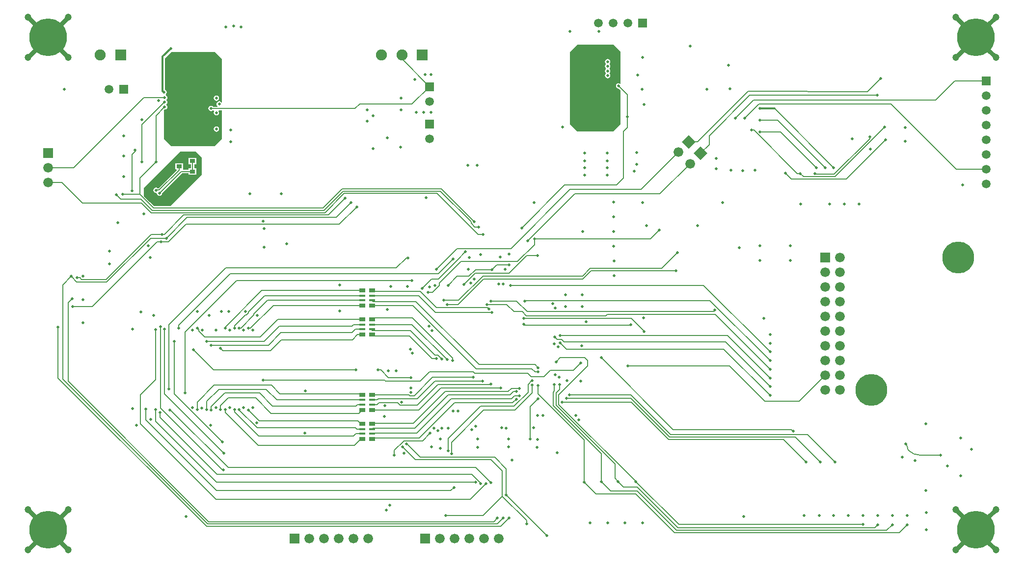
<source format=gbl>
G04 Layer_Physical_Order=4*
G04 Layer_Color=16711680*
%FSLAX25Y25*%
%MOIN*%
G70*
G01*
G75*
%ADD10C,0.00800*%
%ADD31R,0.04331X0.01772*%
%ADD32R,0.04331X0.02756*%
%ADD60C,0.01200*%
%ADD61C,0.02953*%
%ADD64C,0.00787*%
%ADD66C,0.02000*%
%ADD71C,0.05906*%
%ADD72R,0.05906X0.05906*%
%ADD73R,0.06600X0.06600*%
%ADD74C,0.06600*%
%ADD75P,0.09334X4X360.0*%
%ADD76R,0.05906X0.05906*%
%ADD77C,0.25590*%
%ADD78R,0.07480X0.07480*%
%ADD79C,0.07480*%
%ADD80R,0.06600X0.06600*%
%ADD81C,0.21654*%
%ADD82C,0.02000*%
%ADD83C,0.02400*%
%ADD84C,0.04724*%
%ADD86R,0.03740X0.02559*%
G36*
X403543Y349409D02*
X408465Y344488D01*
X408465Y323105D01*
X407965Y322838D01*
X407789Y322955D01*
X407087Y323095D01*
X406384Y322955D01*
X405789Y322558D01*
X405391Y321962D01*
X405251Y321260D01*
X405391Y320557D01*
X405789Y319962D01*
X406384Y319564D01*
X407087Y319425D01*
X407174Y319442D01*
X408465Y318152D01*
X408465Y295472D01*
X403346Y290354D01*
X378935D01*
X374016Y295273D01*
X374016Y344488D01*
X378937Y349409D01*
X403543Y349409D01*
D02*
G37*
G36*
X137795Y339567D02*
X137795Y310249D01*
X137295Y310097D01*
X137125Y310353D01*
X136529Y310751D01*
X135827Y310890D01*
X135125Y310751D01*
X134529Y310353D01*
X134131Y309757D01*
X133992Y309055D01*
X134131Y308353D01*
X134529Y307757D01*
X134722Y307628D01*
X134570Y307128D01*
X131662D01*
X131612Y307203D01*
X131017Y307600D01*
X130315Y307740D01*
X129612Y307600D01*
X129017Y307203D01*
X128619Y306607D01*
X128479Y305905D01*
X128619Y305203D01*
X129017Y304607D01*
X129612Y304209D01*
X130315Y304070D01*
X131017Y304209D01*
X131612Y304607D01*
X131653Y304668D01*
X132128Y304658D01*
X132383Y304181D01*
X132163Y303852D01*
X132023Y303150D01*
X132163Y302447D01*
X132561Y301852D01*
X133156Y301454D01*
X133858Y301314D01*
X134561Y301454D01*
X135156Y301852D01*
X135554Y302447D01*
X135694Y303150D01*
X135554Y303852D01*
X135334Y304181D01*
X135601Y304681D01*
X137795D01*
X137795Y285433D01*
X132874Y280512D01*
X103346Y280512D01*
X98327Y285531D01*
X98327Y304864D01*
X98731Y305268D01*
X98819Y305251D01*
X99521Y305390D01*
X100116Y305788D01*
X100514Y306384D01*
X100654Y307086D01*
X100514Y307788D01*
X100116Y308384D01*
X100076Y308411D01*
Y308911D01*
X100116Y308938D01*
X100514Y309533D01*
X100654Y310236D01*
X100514Y310938D01*
X100116Y311533D01*
X100076Y311560D01*
Y312060D01*
X100116Y312087D01*
X100514Y312683D01*
X100654Y313385D01*
X100514Y314088D01*
X100116Y314683D01*
X99611Y315021D01*
X99541Y315387D01*
X99554Y315584D01*
X99625Y315631D01*
X100022Y316227D01*
X100162Y316929D01*
X100022Y317632D01*
X99625Y318227D01*
X99029Y318625D01*
X98868Y318657D01*
Y340010D01*
X103346Y344488D01*
X132874Y344488D01*
X137795Y339567D01*
D02*
G37*
G36*
X124114Y272539D02*
X124114Y260925D01*
X102764Y239575D01*
X91683D01*
X88807Y242451D01*
X84744Y246514D01*
Y252067D01*
X109252Y276575D01*
X120079Y276575D01*
X124114Y272539D01*
D02*
G37*
%LPC*%
G36*
X399606Y339631D02*
X398904Y339491D01*
X398309Y339093D01*
X397911Y338498D01*
X397771Y337795D01*
X397911Y337093D01*
X398309Y336498D01*
X398349Y336471D01*
Y335970D01*
X398309Y335943D01*
X397911Y335348D01*
X397771Y334646D01*
X397911Y333943D01*
X398287Y333381D01*
X398349Y333234D01*
Y332908D01*
X398287Y332761D01*
X397911Y332198D01*
X397771Y331496D01*
X397911Y330794D01*
X398309Y330198D01*
X398349Y330171D01*
Y329671D01*
X398309Y329644D01*
X397911Y329049D01*
X397771Y328346D01*
X397911Y327644D01*
X398309Y327049D01*
X398904Y326651D01*
X399606Y326511D01*
X400309Y326651D01*
X400904Y327049D01*
X401302Y327644D01*
X401442Y328346D01*
X401302Y329049D01*
X400904Y329644D01*
X400864Y329671D01*
Y330171D01*
X400904Y330198D01*
X401302Y330794D01*
X401442Y331496D01*
X401302Y332198D01*
X400926Y332761D01*
X400864Y332908D01*
Y333234D01*
X400926Y333381D01*
X401302Y333943D01*
X401442Y334646D01*
X401302Y335348D01*
X400904Y335943D01*
X400864Y335970D01*
Y336471D01*
X400904Y336498D01*
X401302Y337093D01*
X401442Y337795D01*
X401302Y338498D01*
X400904Y339093D01*
X400309Y339491D01*
X399606Y339631D01*
D02*
G37*
G36*
X133858Y314827D02*
X133156Y314688D01*
X132561Y314290D01*
X132163Y313695D01*
X132023Y312992D01*
X132163Y312290D01*
X132561Y311694D01*
X133156Y311297D01*
X133858Y311157D01*
X134561Y311297D01*
X135156Y311694D01*
X135554Y312290D01*
X135694Y312992D01*
X135554Y313695D01*
X135156Y314290D01*
X134561Y314688D01*
X133858Y314827D01*
D02*
G37*
G36*
Y293764D02*
X133156Y293625D01*
X132561Y293227D01*
X132163Y292631D01*
X132023Y291929D01*
X132163Y291227D01*
X132561Y290631D01*
X133156Y290234D01*
X133858Y290094D01*
X134561Y290234D01*
X135156Y290631D01*
X135554Y291227D01*
X135694Y291929D01*
X135554Y292631D01*
X135156Y293227D01*
X134561Y293625D01*
X133858Y293764D01*
D02*
G37*
G36*
X120485Y272355D02*
X115145D01*
Y268196D01*
X116592D01*
Y265268D01*
X115145D01*
Y264412D01*
X111634D01*
X111233Y264653D01*
Y268812D01*
X105893D01*
Y264653D01*
X106703D01*
X106911Y264153D01*
X94606Y251848D01*
X93976D01*
X93616Y252089D01*
X92913Y252229D01*
X92211Y252089D01*
X91616Y251691D01*
X91218Y251096D01*
X91078Y250394D01*
X91218Y249691D01*
X91616Y249096D01*
X92211Y248698D01*
X92913Y248558D01*
X92999Y248575D01*
X93492Y248164D01*
X93580Y247722D01*
X93978Y247127D01*
X94573Y246729D01*
X95275Y246589D01*
X95978Y246729D01*
X96573Y247127D01*
X96971Y247722D01*
X97111Y248425D01*
X97093Y248512D01*
X110547Y261965D01*
X115145D01*
Y261109D01*
X120485D01*
Y265268D01*
X119038D01*
Y268196D01*
X120485D01*
Y272355D01*
D02*
G37*
%LPD*%
D10*
X603150Y75835D02*
G03*
X602487Y77434I-2261J0D01*
G01*
X604158Y73401D02*
G03*
X611229Y70472I7071J7071D01*
G01*
X603150Y75835D02*
G03*
X604158Y73401I3442J0D01*
G01*
X82677Y244488D02*
X90414Y236751D01*
X68898Y244488D02*
X82677D01*
X66142Y247244D02*
X68898Y244488D01*
X388390Y195644D02*
X446038D01*
X446063Y195669D01*
X382790Y190044D02*
X388390Y195644D01*
X436221Y197244D02*
X446850Y207874D01*
X387728Y197244D02*
X436221D01*
X382610Y192126D02*
X387728Y197244D01*
X314961Y192126D02*
X382610D01*
X228740Y85039D02*
X232874D01*
X226934Y83233D02*
X228740Y85039D01*
X162633Y83233D02*
X226934D01*
X231909Y81516D02*
X232874D01*
X227559Y77165D02*
X231909Y81516D01*
X162205Y77165D02*
X227559D01*
X231909Y91713D02*
X232874D01*
X229921Y93701D02*
X231909Y91713D01*
X163091Y93701D02*
X229921D01*
X308268Y127165D02*
X309449Y125984D01*
X278740Y127165D02*
X308268D01*
X272406Y120832D02*
X278740Y127165D01*
X83071Y241732D02*
X89652Y235151D01*
X87942Y241586D02*
X91176Y238351D01*
X206363D01*
X472603Y165980D02*
X509842Y128740D01*
X146161Y99705D02*
X162633Y83233D01*
X81890Y258661D02*
X92913Y269685D01*
X81890Y247638D02*
Y258661D01*
X95275Y248425D02*
X110040Y263189D01*
X117815D01*
X93144Y250625D02*
X95113D01*
X108563Y264075D01*
Y266732D01*
X92913Y250394D02*
X93144Y250625D01*
X117815Y263189D02*
Y270276D01*
X42913Y241732D02*
X83071D01*
X70472Y247638D02*
X81890D01*
X28898Y255748D02*
X42913Y241732D01*
X81890Y247638D02*
X87942Y241586D01*
X81890Y247638D02*
X81890D01*
X89652Y235151D02*
X207688D01*
X90414Y236751D02*
X207026D01*
X76772Y274803D02*
X79134Y277165D01*
X76772Y250000D02*
Y274803D01*
X78740Y277559D02*
X79134Y277165D01*
X83464Y294881D02*
X98819Y310236D01*
X83464Y269685D02*
Y294881D01*
X92913Y269685D02*
Y301181D01*
X98819Y307086D01*
X95435Y313385D02*
X98819D01*
X95399Y313421D02*
X95435Y313385D01*
X93577Y313421D02*
X95399D01*
X93542Y313385D02*
X93577Y313421D01*
X84645Y313385D02*
X93542D01*
X37008Y265748D02*
X84645Y313385D01*
X19685Y265748D02*
X37008D01*
X524409Y87795D02*
X525591Y86614D01*
X444095Y87795D02*
X524409D01*
X395276Y136614D02*
X444095Y87795D01*
X342520Y159449D02*
X343145Y158824D01*
X344463Y164986D02*
X398400D01*
X575927Y317354D02*
X585039Y326378D01*
X494912Y317747D02*
X575927Y317354D01*
X460630Y283465D02*
X494912Y317747D01*
X454724Y283465D02*
X460630D01*
X496063Y314961D02*
X582677D01*
X468504Y287402D02*
X496063Y314961D01*
X468504Y281496D02*
Y287402D01*
X462598Y275590D02*
X468504Y281496D01*
X231299Y309055D02*
X266732D01*
X228149Y305905D02*
X231299Y309055D01*
X130315Y305905D02*
X228149D01*
X209929Y233551D02*
X221457Y245079D01*
X111678Y233551D02*
X209929D01*
X215219Y231951D02*
X225394Y242126D01*
X114136Y231951D02*
X215219D01*
X217485Y227327D02*
X229331Y239173D01*
X164836Y227327D02*
X217485D01*
X482480Y130905D02*
X506299Y107087D01*
X413386Y130905D02*
X482480D01*
X309942Y196457D02*
X320866D01*
X305414Y191929D02*
X309942Y196457D01*
X297441Y191929D02*
X305414D01*
X291339Y185827D02*
X297441Y191929D01*
X315241Y190044D02*
X382790D01*
X333661Y185630D02*
X464764D01*
X471550Y168006D02*
X472441Y168898D01*
X344986Y168006D02*
X471550D01*
X108366Y158661D02*
X143405Y193701D01*
X108366Y156791D02*
Y158661D01*
X240236Y181595D02*
X272342D01*
X239567Y182264D02*
X240236Y181595D01*
X272342D02*
X283366Y170571D01*
X601968Y77953D02*
X602487Y77434D01*
X611229Y70472D02*
X625591D01*
X271575Y81910D02*
X295669Y106004D01*
X335138D01*
X347128Y103427D02*
X352362Y108661D01*
X347128Y81379D02*
Y103427D01*
X293700Y79133D02*
X315453Y100886D01*
X293700Y71259D02*
Y79133D01*
X291339Y73228D02*
Y81693D01*
X313189Y103543D02*
X336122D01*
X291339Y81693D02*
X313189Y103543D01*
X315453Y100886D02*
X336652D01*
X635433Y324803D02*
X656496D01*
X622441Y311811D02*
X635433Y324803D01*
X498819Y311811D02*
X622441D01*
X554099Y259611D02*
X587795Y293307D01*
X532515Y259611D02*
X554099D01*
X327115Y21997D02*
X332677Y27559D01*
X127216Y21997D02*
X327115D01*
X26378Y122835D02*
X127216Y21997D01*
X26378Y122835D02*
Y157480D01*
X128641Y25197D02*
X322441D01*
X33233Y120605D02*
X128641Y25197D01*
X33233Y120605D02*
Y174016D01*
X127978Y23597D02*
X324778D01*
X29528Y122047D02*
X127978Y23597D01*
X29528Y122047D02*
Y186024D01*
X283465Y196850D02*
X297476Y210861D01*
X297638Y203150D02*
X303150Y208661D01*
X297638Y203150D02*
X297638D01*
X337796Y175196D02*
X344986Y168006D01*
X320472Y175196D02*
X337796D01*
X336058Y167879D02*
X341570D01*
X331103Y172834D02*
X336058Y167879D01*
X317716Y172834D02*
X331103D01*
X343307Y175197D02*
X343539Y175428D01*
X341570Y167879D02*
X344463Y164986D01*
X335595Y113646D02*
X337697D01*
X336353Y110665D02*
X339502D01*
X334449Y108760D02*
X336353Y110665D01*
X335138Y106004D02*
X337598Y108465D01*
X336122Y103543D02*
X345571Y112992D01*
X339502Y110665D02*
X339583Y110746D01*
X345571Y112992D02*
Y118466D01*
X348327Y112560D02*
Y118012D01*
X336652Y100886D02*
X348327Y112560D01*
X287007Y88582D02*
X287007D01*
X318012Y170571D02*
X318898Y169685D01*
X282776Y167421D02*
X320866D01*
X259842Y339567D02*
X278543Y320866D01*
X259842Y339567D02*
Y342520D01*
X266732Y309055D02*
X278543Y320866D01*
X248803Y120832D02*
X272406D01*
X248276Y121358D02*
X248803Y120832D01*
X118307Y142126D02*
X132087Y128347D01*
X112795Y154134D02*
X118701Y160039D01*
X112795Y112598D02*
Y154134D01*
X232298Y111973D02*
X232874Y111398D01*
X264624D02*
X265230Y110791D01*
X239567Y111398D02*
X264624D01*
X120965Y101279D02*
Y106398D01*
X127264Y101279D02*
Y106890D01*
X130413Y103347D02*
X139665Y112598D01*
X130413Y101181D02*
Y103347D01*
X136713Y101279D02*
Y104134D01*
X229232Y88189D02*
X232874D01*
X146161Y99705D02*
Y101279D01*
X266929Y163583D02*
X294291Y136221D01*
X240571Y163583D02*
X266929D01*
X239567Y162579D02*
X240571Y163583D01*
X239567Y159055D02*
X266732D01*
X290551Y135236D01*
X265748Y155020D02*
X282446Y138322D01*
X239567Y155020D02*
X265748D01*
X239567D02*
Y155905D01*
X264961Y151378D02*
X280217Y136122D01*
X240571Y151378D02*
X264961D01*
X239567Y152382D02*
X240571Y151378D01*
X294291Y134646D02*
Y136221D01*
X280217Y136122D02*
X283268D01*
X284179Y138322D02*
X286871Y135630D01*
X287008D01*
X282446Y138322D02*
X284179D01*
X376305Y127880D02*
X381398Y132972D01*
X265230Y110791D02*
X268173D01*
X270443Y104301D02*
X284449Y118307D01*
X271476Y101201D02*
X286319Y116043D01*
X334154Y115847D02*
X339602D01*
X267598Y92106D02*
X289272Y113779D01*
X293307Y108760D02*
X334449D01*
X333465Y111516D02*
X335595Y113646D01*
X291437Y111516D02*
X333465D01*
X268504Y88583D02*
X291437Y111516D01*
X348070Y120965D02*
X348228D01*
X345571Y118466D02*
X348070Y120965D01*
X270374Y108760D02*
X282309Y120694D01*
X243898Y108760D02*
X270374D01*
X243012Y107874D02*
X243898Y108760D01*
X239567Y107874D02*
X243012D01*
X258739Y104301D02*
X270443D01*
X239567Y101201D02*
X271476D01*
X239961Y92106D02*
X267598D01*
X239961Y88583D02*
X268504D01*
X339602Y115843D02*
Y115847D01*
X339387Y115628D02*
X339602Y115843D01*
X339387Y115628D02*
X339445Y115569D01*
X339230Y115354D02*
X339445Y115569D01*
X120965Y156791D02*
X122013Y155743D01*
Y154601D02*
Y155743D01*
Y154601D02*
X125924Y150689D01*
X232874Y178740D02*
X232874Y178740D01*
X239567Y104724D02*
X242913D01*
X239567Y88189D02*
X239961Y88583D01*
X239567Y91713D02*
X239961Y92106D01*
X250835Y123031D02*
X266043D01*
X250669Y123197D02*
X250835Y123031D01*
X250669Y123197D02*
X250669D01*
X256904Y106137D02*
X258739Y104301D01*
X244326Y106137D02*
X256904D01*
X242913Y104724D02*
X244326Y106137D01*
X243799Y128347D02*
X245520D01*
X250669Y123197D01*
X137525Y145113D02*
X137560Y145079D01*
X130315D02*
X130350Y145113D01*
X137525D01*
X95768Y95965D02*
X134252Y57480D01*
X307442D02*
X313484Y51438D01*
X293012Y46260D02*
X295177Y48425D01*
X98819Y111909D02*
Y155905D01*
Y111909D02*
X138878Y71850D01*
X102362Y101083D02*
X102756D01*
X141929Y61910D01*
X95866Y157677D02*
Y157870D01*
X137894Y60236D02*
X138779D01*
X82382Y91634D02*
X133563Y40453D01*
X262894Y204528D02*
X263878D01*
X239567Y178740D02*
X271457D01*
X239567Y172067D02*
X267402D01*
X239567Y175591D02*
X240354Y174803D01*
X269291D01*
X256102Y197736D02*
X262894Y204528D01*
X118701Y160039D02*
X147638Y188976D01*
X155610Y156693D02*
X157125D01*
X172499Y172067D01*
X139862Y156791D02*
Y157442D01*
X164684Y182264D01*
X105217Y112008D02*
Y147736D01*
Y112008D02*
X137894Y79331D01*
X92618Y93209D02*
X133957Y51870D01*
X92618Y93209D02*
Y101378D01*
X95768Y95965D02*
Y99213D01*
X95866Y102264D02*
Y157677D01*
Y102264D02*
X137894Y60236D01*
X86024Y94390D02*
Y101575D01*
Y94390D02*
X134153Y46260D01*
X412992Y300394D02*
Y315354D01*
X407087Y321260D02*
X412992Y315354D01*
X228445Y88976D02*
X229232Y88189D01*
X82382Y91634D02*
Y111516D01*
X92618Y121752D01*
Y155807D01*
X530315Y261811D02*
X532515Y259611D01*
X520354Y261929D02*
X524272Y258011D01*
X561554D01*
X588189Y284646D01*
X497244Y291339D02*
X498857D01*
X528385Y261811D01*
X540158D02*
X540758Y261211D01*
X553437D01*
X577559Y285334D01*
Y286614D01*
X528385Y261811D02*
X530315D01*
X502362Y309055D02*
X591968D01*
X512992Y305906D02*
X553150Y265748D01*
X503150Y298031D02*
X514961D01*
X547244Y265748D01*
X503150Y290158D02*
X516929D01*
X541339Y265748D01*
X271457Y178740D02*
X282776Y167421D01*
X230492Y98819D02*
X232874Y101201D01*
X269980Y85433D02*
X293307Y108760D01*
X239567Y85039D02*
X239961Y85433D01*
X269980D01*
X309842Y61910D02*
X320177Y51575D01*
X313484Y51181D02*
Y51438D01*
X306201Y40453D02*
X316929Y51181D01*
X147638Y188976D02*
X266634D01*
X164684Y182264D02*
X232874D01*
X232874Y178740D02*
X232874Y178740D01*
X172499Y172067D02*
X232874D01*
X132087Y128347D02*
X228740D01*
X165748Y121358D02*
X248276D01*
X171063Y98819D02*
X230492D01*
X141929Y61910D02*
X309842D01*
X134252Y57480D02*
X307442D01*
X133957Y51870D02*
X309941D01*
X133563Y40453D02*
X306201D01*
X134153Y46260D02*
X293012D01*
X229744Y152382D02*
X232874D01*
X226083Y153543D02*
X228445Y155905D01*
X232874D01*
X225905Y157991D02*
X226969Y159055D01*
X232874D01*
X226181Y148819D02*
X229744Y152382D01*
X178150Y148819D02*
X226181D01*
X136614Y142913D02*
X138287Y141240D01*
X170571D01*
X178150Y148819D01*
X127264Y147638D02*
X166339D01*
X176692Y157991D01*
X225905D01*
X137560Y145079D02*
X169291D01*
X177756Y153543D01*
X226083D01*
X125924Y150689D02*
X163779D01*
X175669Y162579D01*
X232874D01*
X149311Y156693D02*
X150492D01*
X159414Y165615D01*
Y166266D01*
X168739Y175591D01*
X232874D01*
X146161Y156791D02*
Y158268D01*
X166634Y178740D02*
X232874D01*
X146161Y158268D02*
X153706Y165812D01*
X154455D01*
X155743Y167101D01*
Y167850D01*
X166634Y178740D01*
X101772Y115453D02*
Y159055D01*
X140453Y197736D01*
X256102D01*
X155610Y101181D02*
X163091Y93701D01*
X149409Y101121D02*
X161554Y88976D01*
X149409Y101121D02*
Y101279D01*
X161554Y88976D02*
X228445D01*
X139862Y99508D02*
Y101279D01*
Y99508D02*
X162205Y77165D01*
X172086Y103779D02*
X228779D01*
X229724Y104724D01*
X232874D01*
X120965Y106398D02*
X132480Y117913D01*
X127264Y106890D02*
X135531Y115157D01*
X136713Y104134D02*
X141929Y109350D01*
X160531D01*
X171063Y98819D01*
X132480Y117913D02*
X171161D01*
X177102Y111973D01*
X232298D01*
X135531Y115157D02*
X167618D01*
X174902Y107874D01*
X232874D01*
X139665Y112598D02*
X163266D01*
X172086Y103779D01*
X347539Y123721D02*
X356398D01*
X360557Y127880D01*
X376305D01*
X143405Y193701D02*
X284646D01*
X280768Y181102D02*
X285433Y185767D01*
X277558Y181102D02*
X280768D01*
X273622Y183858D02*
X279921Y190157D01*
X284646D01*
X343539Y175428D02*
X469060D01*
X96457Y215354D02*
X101181D01*
X428740Y217323D02*
X434646Y223228D01*
X350000Y217323D02*
X428740D01*
X345274Y216142D02*
X345275Y216141D01*
X284646Y193701D02*
X294685Y203740D01*
X285433Y185767D02*
Y187402D01*
X284646Y190157D02*
X297638Y203150D01*
X89567Y220472D02*
X96850D01*
X41180Y190945D02*
X42396Y189729D01*
X58824D02*
X89567Y220472D01*
X42396Y189729D02*
X58824D01*
X89172Y217815D02*
X100000D01*
X59486Y188129D02*
X89172Y217815D01*
X35570Y191634D02*
Y191792D01*
Y191634D02*
X39075Y188129D01*
X59486D01*
X35433Y191929D02*
X35570Y191792D01*
X93662Y215354D02*
X96457D01*
X49568Y171260D02*
X93662Y215354D01*
X101181D02*
X113189Y227362D01*
X311555Y220472D02*
X314961D01*
X309485Y225394D02*
X312008D01*
X100000Y217815D02*
X114136Y231951D01*
X96850Y220472D02*
X98599D01*
X111678Y233551D01*
X19685Y255748D02*
X28898D01*
X36417Y171260D02*
X49568D01*
X289763Y29528D02*
X314961D01*
X327953Y42520D01*
X344488Y25984D01*
Y23622D02*
Y25984D01*
X320473Y67322D02*
X327953Y59842D01*
Y42520D02*
Y59842D01*
X322835Y69059D02*
X330709Y61185D01*
Y43307D02*
Y61185D01*
Y43307D02*
X358268Y15748D01*
X363600Y150598D02*
X365154Y149044D01*
X367421D01*
X284449Y118307D02*
X314704D01*
X314738Y118272D01*
X319847D01*
X320374Y118799D01*
X332087Y113779D02*
X334154Y115847D01*
X289272Y113779D02*
X332087D01*
X286319Y116043D02*
X327067D01*
X280807Y123425D02*
X308366D01*
X268173Y110791D02*
X280807Y123425D01*
X282309Y120694D02*
X314592D01*
X314665Y120768D01*
X364665Y133858D02*
X367421Y136614D01*
X384055D01*
X385925Y134744D01*
X368602Y106496D02*
X415751D01*
X371555Y109055D02*
X415455D01*
X373721Y111516D02*
X415257D01*
X385925Y131004D02*
Y134744D01*
X367126Y115157D02*
Y118209D01*
X363484Y113878D02*
Y118209D01*
X366402Y111481D02*
X385925Y131004D01*
X364567Y112598D02*
X367126Y115157D01*
X362598Y112992D02*
X363484Y113878D01*
X333588Y202003D02*
X333623Y201969D01*
X300035Y202003D02*
X333588D01*
X285433Y187402D02*
X300035Y202003D01*
X320866Y196457D02*
X324213Y199803D01*
X332677D01*
X344685Y205906D02*
X351969D01*
X333623Y201969D02*
X338485D01*
X350000Y213483D01*
Y217323D01*
X301969Y186221D02*
X309646Y193898D01*
X332677D02*
X344685Y205906D01*
X309646Y193898D02*
X332677D01*
X283366Y170571D02*
X318012D01*
X290551Y172835D02*
X298031D01*
X315241Y190044D01*
X288189Y175591D02*
X298425D01*
X314961Y192126D01*
X412992Y292913D02*
Y300394D01*
X239567Y81516D02*
X239961Y81910D01*
X271575D01*
X272279Y69059D02*
X322835D01*
X268898Y67322D02*
X320473D01*
X263386Y77953D02*
X272279Y69059D01*
X262992Y77953D02*
X263386D01*
X260236Y75984D02*
X268898Y67322D01*
X273853Y80153D02*
X279134Y85433D01*
X254724Y73584D02*
X261294Y80153D01*
X254724Y70472D02*
Y73584D01*
X261294Y80153D02*
X273853D01*
X419685Y48819D02*
X447476Y21028D01*
X406791Y52362D02*
X410335Y48819D01*
X419685D01*
X395177Y52461D02*
X401575Y46063D01*
X419685D01*
X446457Y19291D01*
X383563Y52165D02*
X391634Y44094D01*
X418504D01*
X444907Y17691D01*
X404493Y54661D02*
X406791Y52362D01*
X418602Y52461D02*
Y52558D01*
X404493Y54661D02*
Y64405D01*
X395177Y52461D02*
Y71358D01*
X366402Y104758D02*
Y111481D01*
Y104758D02*
X418602Y52558D01*
X364567Y104331D02*
Y112598D01*
Y104331D02*
X404493Y64405D01*
X362598Y103937D02*
Y112992D01*
Y103937D02*
X395177Y71358D01*
X383563Y52165D02*
Y80610D01*
X352165Y112008D02*
Y117717D01*
Y112008D02*
X383563Y80610D01*
X418602Y52461D02*
X447835Y23228D01*
X572835D01*
X446457Y19291D02*
X589134D01*
X592992Y23150D01*
X597691Y17691D02*
X602992Y22992D01*
X444907Y17691D02*
X597691D01*
X447476Y21028D02*
X580871D01*
X582992Y23150D01*
X492618Y299311D02*
Y299508D01*
Y299311D02*
X502362Y309055D01*
X486221Y299213D02*
X498819Y311811D01*
X350197Y126969D02*
X352461D01*
X306855Y228024D02*
Y228872D01*
Y228024D02*
X309485Y225394D01*
X285865Y249863D02*
X306855Y228872D01*
X283765Y248263D02*
X311555Y220472D01*
X286528Y251463D02*
X309055Y228935D01*
X113189Y227362D02*
X164801D01*
X164836Y227327D01*
X309449Y125984D02*
X345276D01*
X347539Y123721D01*
X267402Y172067D02*
X310335Y129134D01*
X348031D01*
X350197Y126969D01*
X269291Y174803D02*
X312205Y131890D01*
X350430D01*
X352478Y129842D01*
X322441Y25197D02*
X324803Y27559D01*
X39370Y190945D02*
X41180D01*
X35827Y176609D02*
Y176772D01*
X33233Y174016D02*
X35827Y176609D01*
X29528Y186024D02*
X35433Y191929D01*
X324778Y23597D02*
X328740Y27559D01*
X591968Y309055D02*
X636221Y264803D01*
X656496D01*
X415257Y111516D02*
X442358Y84414D01*
X535271D01*
X415455Y109055D02*
X441696Y82814D01*
X527028D01*
X415751Y106496D02*
X441145Y81102D01*
X518898D01*
X534252Y65748D01*
X527028Y82814D02*
X544095Y65748D01*
X535271Y84414D02*
X553937Y65748D01*
X464764Y185630D02*
X509842Y140551D01*
X469060Y175428D02*
X509842Y134646D01*
X506299Y107087D02*
X529606D01*
X547244Y124724D01*
X206363Y238351D02*
X219474Y251463D01*
X286528D01*
X207026Y236751D02*
X220137Y249863D01*
X285865D01*
X207688Y235151D02*
X220800Y248263D01*
X283765D01*
X345275Y216141D02*
X377166Y248031D01*
X435039D01*
X455527Y268519D01*
X422244Y250984D02*
X447653Y276394D01*
X410433Y290354D02*
X412992Y292913D01*
X297476Y210861D02*
X333893D01*
X374016Y250984D01*
X422244D01*
X341339Y224803D02*
X370472Y253937D01*
X405512D01*
X410433Y258858D01*
Y290354D01*
X424409Y154331D02*
Y154686D01*
X342520Y163386D02*
X415710D01*
X424409Y154686D01*
X399394Y165980D02*
X472603D01*
X398400Y164986D02*
X399394Y165980D01*
X343145Y158824D02*
X415123D01*
X415354Y159055D01*
D31*
X239567Y88189D02*
D03*
Y85039D02*
D03*
X232874Y88189D02*
D03*
Y85039D02*
D03*
X232874Y104724D02*
D03*
Y107874D02*
D03*
X239567Y104724D02*
D03*
Y107874D02*
D03*
X239567Y159055D02*
D03*
Y155905D02*
D03*
X232874Y159055D02*
D03*
Y155905D02*
D03*
X239567Y178740D02*
D03*
Y175591D02*
D03*
X232874Y178740D02*
D03*
Y175591D02*
D03*
D32*
X239567Y91713D02*
D03*
Y81516D02*
D03*
X232874Y91713D02*
D03*
Y81516D02*
D03*
X232874Y101201D02*
D03*
Y111398D02*
D03*
X239567Y101201D02*
D03*
Y111398D02*
D03*
X239567Y162579D02*
D03*
Y152382D02*
D03*
X232874Y162579D02*
D03*
Y152382D02*
D03*
X239567Y182264D02*
D03*
Y172067D02*
D03*
X232874Y182264D02*
D03*
Y172067D02*
D03*
D60*
X97441Y341240D02*
X103051Y346850D01*
X97441Y317815D02*
Y341240D01*
Y317815D02*
X98327Y316929D01*
X503150Y305906D02*
X512992D01*
D61*
X635827Y33465D02*
X641732Y27559D01*
X657480Y11811D02*
X663386Y5906D01*
X657480Y27559D02*
X663386Y33465D01*
X635827Y5906D02*
X641732Y11811D01*
X635827Y340551D02*
X641732Y346457D01*
X657480Y362205D02*
X663386Y368110D01*
X657480Y346457D02*
X663386Y340551D01*
X635827Y368110D02*
X641732Y362205D01*
X5906Y368110D02*
X11811Y362205D01*
X27559Y346457D02*
X33465Y340551D01*
X27559Y362205D02*
X33465Y368110D01*
X5906Y340551D02*
X11811Y346457D01*
X5906Y5906D02*
X11811Y11811D01*
X27559Y27559D02*
X33465Y33465D01*
X27559Y11811D02*
X33465Y5906D01*
X5906Y33465D02*
X11811Y27559D01*
D64*
X367329Y146844D02*
X371682Y142491D01*
X367323Y146844D02*
X367329D01*
X367421Y149044D02*
X368232D01*
X370031Y147244D01*
X367322Y151574D02*
X481103D01*
X509842Y122835D01*
X370031Y147244D02*
X479528D01*
X509842Y116929D01*
X371682Y142491D02*
X478375D01*
X509842Y111024D01*
D66*
X649606Y19685D02*
X649606D01*
X649606Y354331D02*
X649606D01*
X19685D02*
X19685D01*
X19685Y19685D02*
X19685D01*
D71*
X393228Y364173D02*
D03*
X403228D02*
D03*
X413228D02*
D03*
X278543Y285276D02*
D03*
Y310866D02*
D03*
X60866Y318898D02*
D03*
X656496Y254803D02*
D03*
Y264803D02*
D03*
Y274803D02*
D03*
Y284803D02*
D03*
Y294803D02*
D03*
Y304803D02*
D03*
Y314803D02*
D03*
D72*
X423228Y364173D02*
D03*
X70866Y318898D02*
D03*
D73*
X19685Y275748D02*
D03*
X547244Y204724D02*
D03*
D74*
X19685Y265748D02*
D03*
Y255748D02*
D03*
X447653Y276394D02*
D03*
X455527Y268519D02*
D03*
X237008Y13780D02*
D03*
X227008D02*
D03*
X217008D02*
D03*
X207008D02*
D03*
X197008D02*
D03*
X325590D02*
D03*
X315591D02*
D03*
X305591D02*
D03*
X295590D02*
D03*
X285591D02*
D03*
X557244Y114724D02*
D03*
Y124724D02*
D03*
X547244Y114724D02*
D03*
Y124724D02*
D03*
X557244Y134724D02*
D03*
Y144724D02*
D03*
X547244Y134724D02*
D03*
Y144724D02*
D03*
Y194724D02*
D03*
Y184724D02*
D03*
Y174724D02*
D03*
Y164724D02*
D03*
Y154724D02*
D03*
X557244Y204724D02*
D03*
Y194724D02*
D03*
Y184724D02*
D03*
Y174724D02*
D03*
Y164724D02*
D03*
Y154724D02*
D03*
D75*
X454724Y283465D02*
D03*
X462598Y275590D02*
D03*
D76*
X278543Y295276D02*
D03*
Y320866D02*
D03*
X656496Y324803D02*
D03*
D77*
X649606Y19685D02*
D03*
Y354331D02*
D03*
X19685D02*
D03*
Y19685D02*
D03*
D78*
X273622Y342520D02*
D03*
X68898D02*
D03*
D79*
X259842D02*
D03*
X246063D02*
D03*
X55118D02*
D03*
D80*
X187008Y13780D02*
D03*
X275590D02*
D03*
D81*
X637795Y204724D02*
D03*
X578740Y114724D02*
D03*
D82*
X351574Y75590D02*
D03*
X351969Y81102D02*
D03*
X194095Y85433D02*
D03*
X369094Y293307D02*
D03*
X98425Y244094D02*
D03*
X95275Y248425D02*
D03*
X88583Y250984D02*
D03*
X92913Y250394D02*
D03*
X84646Y234252D02*
D03*
X76772Y250000D02*
D03*
X66142Y247244D02*
D03*
X70472Y247638D02*
D03*
X78740Y277559D02*
D03*
X92913Y269685D02*
D03*
X83464Y269685D02*
D03*
X98819Y313385D02*
D03*
Y310236D02*
D03*
Y307086D02*
D03*
X83465Y298425D02*
D03*
X525591Y86614D02*
D03*
X395276Y136614D02*
D03*
X384842Y161024D02*
D03*
X585039Y326378D02*
D03*
X582677Y314961D02*
D03*
X156496Y248031D02*
D03*
X178150D02*
D03*
X221457Y245079D02*
D03*
X225394Y242126D02*
D03*
X229331Y239173D02*
D03*
X413386Y130905D02*
D03*
X108366Y156791D02*
D03*
X601968Y77953D02*
D03*
X625591Y70472D02*
D03*
X294488Y100394D02*
D03*
X298031D02*
D03*
X352362Y108661D02*
D03*
X379921Y94488D02*
D03*
X377953Y97244D02*
D03*
X351969Y97244D02*
D03*
X355511Y97244D02*
D03*
X347128Y81379D02*
D03*
X291339Y88583D02*
D03*
X130315Y305905D02*
D03*
X382283Y179528D02*
D03*
X370866D02*
D03*
X334646Y66929D02*
D03*
X349606Y242126D02*
D03*
X303150Y208661D02*
D03*
X320472Y175196D02*
D03*
X343307Y175197D02*
D03*
X362205Y173228D02*
D03*
X363878Y170206D02*
D03*
X307283Y87795D02*
D03*
X337697Y113646D02*
D03*
X337598Y108465D02*
D03*
X348327Y118012D02*
D03*
X352461Y126969D02*
D03*
X287007Y88582D02*
D03*
X281496Y88583D02*
D03*
X365354Y72047D02*
D03*
X332283Y81496D02*
D03*
Y75984D02*
D03*
X311417Y75590D02*
D03*
Y81496D02*
D03*
X285827D02*
D03*
X285826Y75196D02*
D03*
X279921Y75984D02*
D03*
X342520Y159449D02*
D03*
Y163386D02*
D03*
X333661Y185630D02*
D03*
X317716Y172834D02*
D03*
X318898Y169685D02*
D03*
X320866Y167323D02*
D03*
X370866Y171260D02*
D03*
X382283D02*
D03*
X381299Y120866D02*
D03*
X382087Y144685D02*
D03*
X488976Y211417D02*
D03*
X503150Y202756D02*
D03*
X523622D02*
D03*
Y212598D02*
D03*
X503150D02*
D03*
X383858Y260630D02*
D03*
Y265748D02*
D03*
Y270472D02*
D03*
Y275590D02*
D03*
X399213D02*
D03*
Y270472D02*
D03*
Y265748D02*
D03*
Y260630D02*
D03*
X399606Y328346D02*
D03*
Y331496D02*
D03*
Y334646D02*
D03*
Y337795D02*
D03*
X423228Y340551D02*
D03*
X420079Y328740D02*
D03*
X259449Y305118D02*
D03*
Y312992D02*
D03*
X143701Y283465D02*
D03*
X143701Y291339D02*
D03*
X145669Y361910D02*
D03*
X165748Y121358D02*
D03*
X228740Y128347D02*
D03*
X138779Y60236D02*
D03*
X137894Y79331D02*
D03*
X117815Y102756D02*
D03*
X112795Y112598D02*
D03*
X250000Y286024D02*
D03*
X259055Y279626D02*
D03*
X119095Y281496D02*
D03*
X120276Y288583D02*
D03*
X150787Y361221D02*
D03*
X140453Y361319D02*
D03*
X94488Y311221D02*
D03*
X103051Y346850D02*
D03*
X98327Y316929D02*
D03*
X70965Y259842D02*
D03*
X70965Y273622D02*
D03*
Y287402D02*
D03*
X30610Y318898D02*
D03*
X86024Y101575D02*
D03*
X105217Y147736D02*
D03*
X194291Y114173D02*
D03*
X217815Y186122D02*
D03*
Y168504D02*
D03*
X294291Y134646D02*
D03*
X290551Y135236D02*
D03*
X287008Y135630D02*
D03*
X283268Y136122D02*
D03*
X381398Y132972D02*
D03*
X348228Y120965D02*
D03*
X352478Y129842D02*
D03*
X339583Y110746D02*
D03*
X339602Y115847D02*
D03*
X158760Y155217D02*
D03*
X139862Y156791D02*
D03*
X120965D02*
D03*
X146161Y156791D02*
D03*
X149311Y156693D02*
D03*
X155610Y156693D02*
D03*
X133661Y155315D02*
D03*
X117815Y155413D02*
D03*
X124213Y155512D02*
D03*
X142913Y155413D02*
D03*
X124114Y102461D02*
D03*
X130413Y101181D02*
D03*
X133563Y102756D02*
D03*
X127264Y101279D02*
D03*
X136713D02*
D03*
X139862D02*
D03*
X143012Y102559D02*
D03*
X152461D02*
D03*
X149409Y101279D02*
D03*
X146161D02*
D03*
X120965D02*
D03*
X250787Y127559D02*
D03*
X255906D02*
D03*
X101772Y115453D02*
D03*
X646654Y74410D02*
D03*
X599803Y69193D02*
D03*
X608366Y66732D02*
D03*
X630315Y62992D02*
D03*
X349410Y88878D02*
D03*
X330626Y88796D02*
D03*
X327756Y88878D02*
D03*
X266043Y123031D02*
D03*
X328658Y186833D02*
D03*
X325787Y186811D02*
D03*
X76870Y156004D02*
D03*
Y101870D02*
D03*
X98819Y155905D02*
D03*
X95866Y157677D02*
D03*
X266142Y116142D02*
D03*
X266141Y112991D02*
D03*
X259651Y106501D02*
D03*
X248223Y103937D02*
D03*
X166240Y211617D02*
D03*
X166339Y224510D02*
D03*
X265650Y142421D02*
D03*
X266929Y139665D02*
D03*
X243799Y128347D02*
D03*
X127264Y147638D02*
D03*
X130315Y145079D02*
D03*
X136614Y142913D02*
D03*
X118307Y142126D02*
D03*
X394882Y308465D02*
D03*
X394783Y301870D02*
D03*
X394488Y293996D02*
D03*
X422835Y318898D02*
D03*
X92618Y155807D02*
D03*
X295177Y48425D02*
D03*
X309941Y51870D02*
D03*
X138878Y71850D02*
D03*
X102362Y101083D02*
D03*
X309867Y89985D02*
D03*
X266634Y188976D02*
D03*
X263878Y204528D02*
D03*
X263779Y185039D02*
D03*
X252165D02*
D03*
X152461Y155315D02*
D03*
X153543Y168012D02*
D03*
X161614Y165354D02*
D03*
X142323Y168110D02*
D03*
X137205Y168110D02*
D03*
X129035Y165354D02*
D03*
X120866Y168012D02*
D03*
X82677Y167717D02*
D03*
X91240Y165354D02*
D03*
X79724Y90551D02*
D03*
X89468Y94587D02*
D03*
X129921Y90551D02*
D03*
X158661Y102559D02*
D03*
X155610Y101181D02*
D03*
X92618Y101378D02*
D03*
X95768Y99213D02*
D03*
X268701Y325787D02*
D03*
X275590Y328937D02*
D03*
X279528D02*
D03*
X269685Y303346D02*
D03*
X274606D02*
D03*
X279528D02*
D03*
X424213Y308858D02*
D03*
X412992Y300394D02*
D03*
X407087Y321260D02*
D03*
X304724Y267323D02*
D03*
X311024Y267520D02*
D03*
X419291Y268110D02*
D03*
X419291Y275984D02*
D03*
X417717Y263386D02*
D03*
X601575Y292913D02*
D03*
Y283858D02*
D03*
X481496Y335433D02*
D03*
X482677Y319291D02*
D03*
X466929Y318898D02*
D03*
X483465Y264173D02*
D03*
X491339Y263779D02*
D03*
X499606Y264173D02*
D03*
X473228Y272047D02*
D03*
Y264961D02*
D03*
X497244Y291339D02*
D03*
X530315Y261811D02*
D03*
X588189Y284646D02*
D03*
X587795Y293307D02*
D03*
X520354Y261929D02*
D03*
X540158Y261811D02*
D03*
X577559Y286614D02*
D03*
X550394Y240945D02*
D03*
X560236D02*
D03*
X570472D02*
D03*
X530709D02*
D03*
X577953Y278346D02*
D03*
X565748Y285433D02*
D03*
X503150Y305906D02*
D03*
Y298031D02*
D03*
Y290158D02*
D03*
X553150Y265748D02*
D03*
X547244D02*
D03*
X541339D02*
D03*
X250000Y169291D02*
D03*
X313386Y206693D02*
D03*
X326772Y205118D02*
D03*
X332677Y207087D02*
D03*
X316929Y51181D02*
D03*
X320177Y51575D02*
D03*
X313484Y51181D02*
D03*
X455709Y348425D02*
D03*
X161417Y92224D02*
D03*
X403622Y242244D02*
D03*
X403780Y232244D02*
D03*
X403543Y222244D02*
D03*
X403858Y202244D02*
D03*
Y192244D02*
D03*
X382677Y222244D02*
D03*
X294685Y203740D02*
D03*
X282185Y185630D02*
D03*
X305512Y204724D02*
D03*
X305118Y196850D02*
D03*
X350000Y217323D02*
D03*
X351969Y205906D02*
D03*
X423228Y242126D02*
D03*
X425984Y226378D02*
D03*
X460630D02*
D03*
X434646Y223228D02*
D03*
X277558Y181102D02*
D03*
X278642Y184646D02*
D03*
X273622Y183858D02*
D03*
X88976Y204724D02*
D03*
X87795Y212598D02*
D03*
X66929Y228346D02*
D03*
X284252Y87008D02*
D03*
X639370Y56299D02*
D03*
Y81890D02*
D03*
X615748Y46457D02*
D03*
X276378Y245276D02*
D03*
X96850Y220472D02*
D03*
X96457Y215354D02*
D03*
X100000Y217815D02*
D03*
X291339Y185827D02*
D03*
Y73228D02*
D03*
X293700Y71259D02*
D03*
X248031Y96850D02*
D03*
X403780Y212244D02*
D03*
X181496Y214173D02*
D03*
X306791Y187402D02*
D03*
X301969Y186221D02*
D03*
X320866Y196457D02*
D03*
X61417Y209055D02*
D03*
Y200394D02*
D03*
X43307Y160433D02*
D03*
Y176181D02*
D03*
Y191929D02*
D03*
X39370Y190945D02*
D03*
X35433Y191929D02*
D03*
X36417Y171260D02*
D03*
X309055Y189961D02*
D03*
X314961Y220472D02*
D03*
X240158Y278543D02*
D03*
X309055Y228935D02*
D03*
X312008Y225394D02*
D03*
X477559Y242126D02*
D03*
X289763Y29528D02*
D03*
X344488Y23622D02*
D03*
X358268Y15748D02*
D03*
X330709Y43307D02*
D03*
X616142Y31496D02*
D03*
Y19685D02*
D03*
X533071Y29528D02*
D03*
X543307D02*
D03*
X553150D02*
D03*
X562992D02*
D03*
X583071D02*
D03*
X592913D02*
D03*
X572835D02*
D03*
X603150D02*
D03*
X367322Y151574D02*
D03*
X365963Y144200D02*
D03*
X363305Y146169D02*
D03*
X363600Y150598D02*
D03*
X367323Y146844D02*
D03*
X320374Y118799D02*
D03*
X327067Y116043D02*
D03*
X308366Y123425D02*
D03*
X314665Y120768D02*
D03*
X364665Y133858D02*
D03*
X418602Y52461D02*
D03*
X406791Y52362D02*
D03*
X371850Y121063D02*
D03*
X352165Y117717D02*
D03*
X383563Y52165D02*
D03*
X363878Y125000D02*
D03*
X366535Y123327D02*
D03*
X363484Y118209D02*
D03*
X367126D02*
D03*
X368602Y106496D02*
D03*
X371555Y109055D02*
D03*
X373721Y111516D02*
D03*
X345275Y216141D02*
D03*
X283465Y196850D02*
D03*
X329921Y196850D02*
D03*
X332677Y199803D02*
D03*
X290551Y172835D02*
D03*
X288189Y175591D02*
D03*
X446063Y195669D02*
D03*
X446850Y207874D02*
D03*
X341339Y224803D02*
D03*
X260236Y75984D02*
D03*
X251692Y36338D02*
D03*
X262992Y77953D02*
D03*
X261417Y71653D02*
D03*
X279134Y85433D02*
D03*
X254724Y70472D02*
D03*
X249213Y33071D02*
D03*
X387795Y24409D02*
D03*
X399606D02*
D03*
X411417D02*
D03*
X423228D02*
D03*
X615748Y91732D02*
D03*
X395177Y52461D02*
D03*
X534252Y65748D02*
D03*
X544095D02*
D03*
X553937D02*
D03*
X572835Y23228D02*
D03*
X582992Y23150D02*
D03*
X592992D02*
D03*
X602992Y22992D02*
D03*
X113189Y28543D02*
D03*
X492618Y299508D02*
D03*
X486221Y299213D02*
D03*
X165748Y229527D02*
D03*
X280315Y155118D02*
D03*
X278346Y157874D02*
D03*
X324803Y27559D02*
D03*
X35827Y176772D02*
D03*
X328740Y27559D02*
D03*
X332677D02*
D03*
X26378Y157480D02*
D03*
X509842Y140551D02*
D03*
Y134646D02*
D03*
Y128740D02*
D03*
Y122835D02*
D03*
Y116929D02*
D03*
Y111024D02*
D03*
X505512Y163386D02*
D03*
X472441Y168898D02*
D03*
X424409Y154331D02*
D03*
X509842Y146457D02*
D03*
Y152362D02*
D03*
X492126Y28543D02*
D03*
X133858Y312992D02*
D03*
X135827Y309055D02*
D03*
X133858Y303150D02*
D03*
X240158Y301181D02*
D03*
X236221Y305118D02*
D03*
Y297244D02*
D03*
X133858Y291929D02*
D03*
X374016Y358268D02*
D03*
X393701D02*
D03*
X640748Y253937D02*
D03*
X424016Y163779D02*
D03*
X415354Y159055D02*
D03*
D83*
X389764Y322835D02*
D03*
Y318898D02*
D03*
X393701Y322835D02*
D03*
Y318898D02*
D03*
X115945Y319291D02*
D03*
X120276D02*
D03*
X115945Y314961D02*
D03*
X120276D02*
D03*
X115945Y310630D02*
D03*
X120276D02*
D03*
D84*
X635827Y33465D02*
D03*
X663386D02*
D03*
Y5906D02*
D03*
X635827D02*
D03*
Y340551D02*
D03*
X663386D02*
D03*
Y368110D02*
D03*
X635827D02*
D03*
X5906D02*
D03*
X33465D02*
D03*
Y340551D02*
D03*
X5906D02*
D03*
Y5906D02*
D03*
X33465D02*
D03*
Y33465D02*
D03*
X5906D02*
D03*
D86*
X108563Y266732D02*
D03*
X117815Y263189D02*
D03*
Y270276D02*
D03*
M02*

</source>
